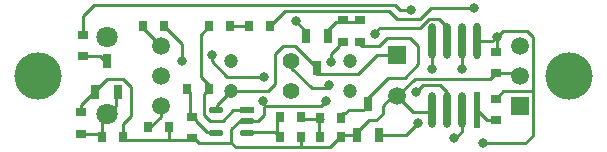
<source format=gbl>
%FSTAX24Y24*%
%MOIN*%
G70*
G01*
G75*
G04 Layer_Physical_Order=2*
G04 Layer_Color=16711680*
%ADD10R,0.0807X0.0886*%
%ADD11R,0.0492X0.0630*%
%ADD12R,0.0315X0.0374*%
%ADD13R,0.0374X0.0315*%
%ADD14R,0.0472X0.0256*%
%ADD15R,0.0256X0.0472*%
%ADD16R,0.0630X0.0630*%
%ADD17O,0.0472X0.0217*%
%ADD18R,0.0472X0.0217*%
%ADD19C,0.0100*%
%ADD20R,0.0591X0.0591*%
%ADD21C,0.0591*%
%ADD22C,0.0472*%
%ADD23C,0.0551*%
%ADD24C,0.1575*%
%ADD25C,0.0709*%
%ADD26C,0.0320*%
%ADD27O,0.0236X0.1204*%
%ADD28O,0.0236X0.1200*%
%ADD29R,0.0236X0.1200*%
D12*
X23531Y145619D02*
D03*
X236019D02*
D03*
X236204Y14225D02*
D03*
X235496D02*
D03*
X233952Y141928D02*
D03*
X23466D02*
D03*
X239892Y142566D02*
D03*
X2406D02*
D03*
X241225Y142558D02*
D03*
X241934D02*
D03*
X239882Y141926D02*
D03*
X24059D02*
D03*
X241212D02*
D03*
X24192D02*
D03*
X237515Y143523D02*
D03*
X236806D02*
D03*
X239552Y1456D02*
D03*
X238843D02*
D03*
X237524D02*
D03*
X238233D02*
D03*
D13*
X233272Y142027D02*
D03*
Y142735D02*
D03*
X241986Y1458D02*
D03*
Y145092D02*
D03*
X24254Y145804D02*
D03*
Y145096D02*
D03*
X236944Y142588D02*
D03*
Y141879D02*
D03*
X233322Y145314D02*
D03*
Y144606D02*
D03*
X247081Y144753D02*
D03*
Y144044D02*
D03*
X247081Y143188D02*
D03*
Y14248D02*
D03*
D15*
X233736Y143414D02*
D03*
X234484D02*
D03*
X23411Y144459D02*
D03*
X24149Y145268D02*
D03*
X240742D02*
D03*
X241116Y144223D02*
D03*
X242452Y141973D02*
D03*
X2432D02*
D03*
X242826Y143018D02*
D03*
D17*
X238778Y142062D02*
D03*
Y142436D02*
D03*
X237744Y142062D02*
D03*
Y14281D02*
D03*
D18*
X238778Y14281D02*
D03*
D19*
X248324Y14196D02*
Y143434D01*
X248065Y141701D02*
X248324Y14196D01*
X239726Y143686D02*
Y144681D01*
X239496Y143456D02*
X239726Y143686D01*
X238263Y143456D02*
X239496D01*
X239726Y144681D02*
X239995Y14495D01*
X23466Y142347D02*
X234916Y142603D01*
X23466Y141928D02*
Y142347D01*
X234916Y142603D02*
Y14358D01*
X237196Y141716D02*
X238272D01*
X237033Y141879D02*
X237196Y141716D01*
X236944Y141879D02*
X237033D01*
X23687Y141806D02*
X236944Y141879D01*
X234783Y141806D02*
X23687D01*
X246873Y143856D02*
X247081Y144064D01*
X247767D01*
X242367Y141996D02*
X242846Y142476D01*
X241553Y141587D02*
X241963Y141996D01*
X240576Y141616D02*
Y141928D01*
X233272Y142991D02*
X234139Y143857D01*
X23854Y14244D02*
X23914D01*
X240576Y141616D02*
X240605Y141587D01*
X238272Y141725D02*
Y142172D01*
Y141716D02*
Y141725D01*
X23841Y141587D01*
X240605D02*
X241553D01*
X23841D02*
X240605D01*
X236204Y141828D02*
X236216Y141816D01*
X236204Y141828D02*
Y14225D01*
X237466Y142066D02*
X23778D01*
X237091Y142441D02*
X237466Y142066D01*
X237091Y142441D02*
Y142531D01*
X236906Y142716D02*
X237091Y142531D01*
X236906Y142716D02*
Y143423D01*
X236806Y143523D02*
X236906Y143423D01*
X237973Y142456D02*
X238332Y142814D01*
X237544Y142456D02*
X237973D01*
X237356Y142644D02*
X237544Y142456D01*
X239806Y141989D02*
X239867Y141928D01*
X239806Y141989D02*
Y14248D01*
X239892Y142566D01*
X2406D02*
X24064Y142526D01*
X241186Y142647D02*
X241307Y142526D01*
X24064D02*
X241307D01*
X23466Y141928D02*
X234783Y141806D01*
X241589Y144409D02*
Y144689D01*
X241856Y144956D01*
Y14503D01*
X241924Y145098D01*
X23464Y143857D02*
X234916Y14358D01*
X239552Y1456D02*
X240066Y146114D01*
X244914Y14621D02*
X246423D01*
X243725Y146325D02*
X243899Y146151D01*
X233703Y146325D02*
X243725D01*
X233322Y145944D02*
X233703Y146325D01*
X244389Y143856D02*
X246873D01*
X2438Y143267D02*
X244389Y143856D01*
X247325Y145459D02*
X248122D01*
X248324Y145258D01*
Y143434D02*
Y145258D01*
X245226Y143636D02*
X245454Y143409D01*
X244656Y143636D02*
X245226D01*
X244436Y143416D02*
X244656Y143636D01*
X243096Y142476D02*
X243319Y142699D01*
X242846Y142476D02*
X243096D01*
X243319Y142949D02*
X243637Y143267D01*
X243319Y142699D02*
Y142949D01*
X243637Y143267D02*
X2438D01*
X241963Y141996D02*
X242367D01*
X237356Y143364D02*
X237515Y143523D01*
X237356Y142644D02*
Y143364D01*
X244436Y143356D02*
Y143416D01*
X241536Y143557D02*
Y143646D01*
Y143557D02*
X24156Y143533D01*
X240408Y145767D02*
X240752Y145423D01*
X240369Y145767D02*
X240408D01*
X242633Y14495D02*
X24318D01*
X243445Y145216D02*
X244237D01*
X24318Y14495D02*
X243445Y145216D01*
X242534Y145048D02*
X242633Y14495D01*
X242731Y142881D02*
Y143022D01*
X242676Y142826D02*
X242731Y142881D01*
X242176Y142826D02*
X242676D01*
X24205Y1427D02*
X242176Y142826D01*
X241948Y1427D02*
X24205D01*
X24249Y144D02*
X243135Y144645D01*
X241096Y144D02*
X24249D01*
X241096D02*
Y144248D01*
X240394Y14495D02*
X241096Y144248D01*
X239995Y14495D02*
X240394D01*
X23778Y142974D02*
X238263Y143456D01*
X23778Y142814D02*
Y142974D01*
X244493Y144343D02*
Y14496D01*
X244046Y143896D02*
X244493Y144343D01*
X243496Y143896D02*
X244046D01*
X242731Y143131D02*
X243496Y143896D01*
X242731Y143022D02*
Y143131D01*
X244545Y145841D02*
X244914Y14621D01*
X243899Y146151D02*
X244267D01*
X241972Y145757D02*
X242593D01*
X241965Y14575D02*
X241972Y145757D01*
X24145Y14545D02*
X24175Y14575D01*
X241965D01*
X236019Y145619D02*
X236629Y145009D01*
Y144438D02*
Y145009D01*
X237515Y143523D02*
Y143635D01*
X23725Y1439D02*
X237515Y143635D01*
X23725Y1439D02*
Y145325D01*
X237524Y1456D01*
X238133Y143917D02*
X239355D01*
X237613Y144437D02*
X238133Y143917D01*
X237613Y144437D02*
Y144645D01*
X239365Y142665D02*
Y142922D01*
X23914Y14244D02*
X239365Y142665D01*
X238272Y142172D02*
X23854Y14244D01*
X246454Y145106D02*
X246972D01*
X247131Y145265D01*
X246668Y141701D02*
X246669Y141702D01*
X247131Y145265D02*
X247325Y145459D01*
X247767Y144064D02*
X247879Y143952D01*
X247328Y143434D02*
X248324D01*
X24678Y14248D02*
X247081D01*
X246454Y142806D02*
X24678Y14248D01*
X245954Y14408D02*
Y145106D01*
X233322Y145314D02*
Y145944D01*
X239729Y142066D02*
X239867Y141928D01*
X238815Y142066D02*
X239729D01*
X241186Y141928D02*
Y142647D01*
X23591Y142598D02*
Y142961D01*
X235595Y142283D02*
X23591Y142598D01*
X23531Y145551D02*
Y145619D01*
Y145551D02*
X23591Y144951D01*
X244316Y142751D02*
X244899D01*
X244954Y142806D01*
X245454D02*
Y143409D01*
X234424Y142962D02*
Y143394D01*
X234139Y142676D02*
X234424Y142962D01*
X233272Y142027D02*
X233853D01*
X233952Y141928D01*
Y142489D01*
X234139Y142676D01*
X233272Y142735D02*
Y142991D01*
X233322Y144606D02*
X233883D01*
X23405Y144439D01*
X234139Y143857D02*
X23464D01*
X245454Y145106D02*
Y145594D01*
X244685Y145699D02*
X244842Y145856D01*
X244685Y145694D02*
Y145699D01*
X245191Y145856D02*
X245454Y145594D01*
X244842Y145856D02*
X245191D01*
X243053Y1454D02*
X243213Y14556D01*
X245954Y142109D02*
Y142806D01*
X245743Y141899D02*
X245954Y142109D01*
X245694Y141899D02*
X245743D01*
X238233Y1456D02*
X238843D01*
X238332Y142814D02*
X238815D01*
X244954Y14418D02*
Y145106D01*
X244079Y141977D02*
X244493Y142391D01*
X243105Y141977D02*
X244079D01*
X244237Y145216D02*
X244493Y14496D01*
X243135Y144645D02*
X2438D01*
X246668Y141701D02*
X248065D01*
X247131Y144773D02*
Y145265D01*
X2438Y143267D02*
X244316Y142751D01*
X242357Y141977D02*
X242377Y141996D01*
X239365Y142922D02*
X239398Y142955D01*
X241258D01*
X241415Y143113D01*
X241427D01*
X246423Y14621D02*
Y146229D01*
X24025Y144232D02*
Y144456D01*
Y144232D02*
X24095Y143533D01*
X24156D01*
X244552Y14556D02*
X244685Y145694D01*
X243213Y14556D02*
X244552D01*
X240066Y146114D02*
X243533D01*
X243806Y145841D02*
X244545D01*
X243533Y146114D02*
X243806Y145841D01*
X247081Y143188D02*
X247328Y143434D01*
D20*
X2438Y144645D02*
D03*
X247879Y142952D02*
D03*
D21*
X2438Y143267D02*
D03*
X247879Y144952D02*
D03*
Y143952D02*
D03*
X23591Y143956D02*
D03*
Y142961D02*
D03*
Y144951D02*
D03*
D22*
X242229Y144456D02*
D03*
Y143456D02*
D03*
X238263Y144456D02*
D03*
Y143456D02*
D03*
D23*
X24025Y143456D02*
D03*
Y144456D02*
D03*
D24*
X249532Y143956D02*
D03*
X231826D02*
D03*
D25*
X234139Y142676D02*
D03*
Y145235D02*
D03*
D26*
X246356Y146206D02*
D03*
X245954Y144166D02*
D03*
X244954D02*
D03*
X239316Y143106D02*
D03*
X244436Y143416D02*
D03*
X241536Y143646D02*
D03*
X240409Y145797D02*
D03*
X243066Y145334D02*
D03*
X247131Y145265D02*
D03*
X246669Y141702D02*
D03*
X236629Y144438D02*
D03*
X239355Y143917D02*
D03*
X237613Y144645D02*
D03*
X245694Y141899D02*
D03*
X244493Y142391D02*
D03*
X241427Y143113D02*
D03*
X244267Y146151D02*
D03*
X241589Y144409D02*
D03*
D27*
X246454Y145106D02*
D03*
D28*
X244954D02*
D03*
X245954Y142806D02*
D03*
X245454D02*
D03*
X244954D02*
D03*
X245954Y145106D02*
D03*
X245454D02*
D03*
D29*
X246454Y142806D02*
D03*
M02*

</source>
